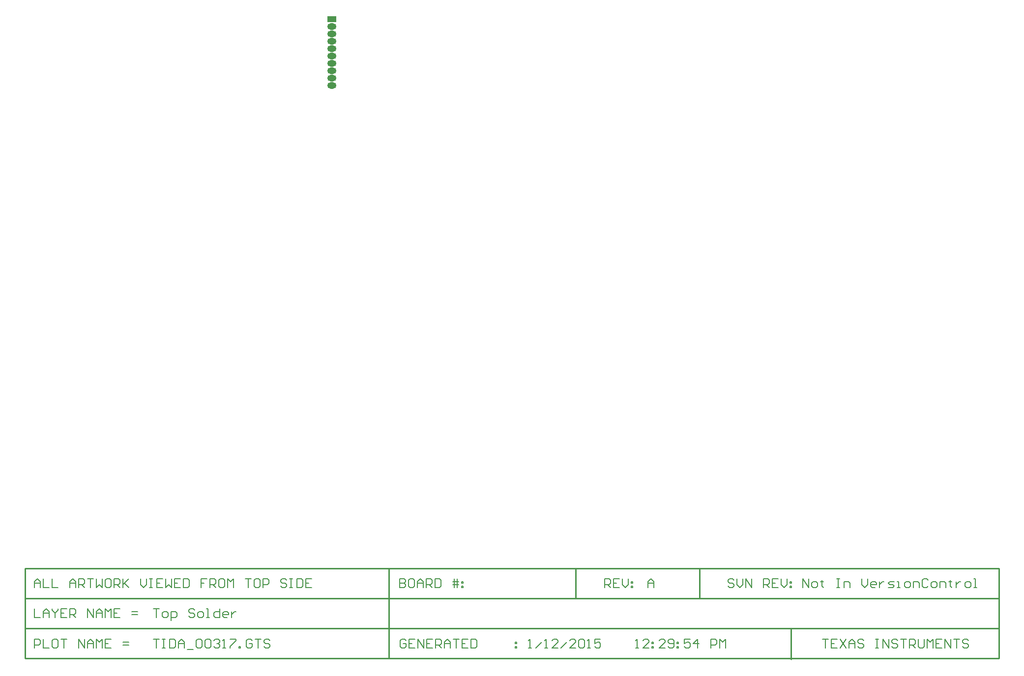
<source format=gts>
%FSAX25Y25*%
%MOIN*%
G70*
G01*
G75*
G04 Layer_Color=8388736*
%ADD10C,0.00800*%
%ADD11C,0.01000*%
%ADD12R,0.05500X0.03800*%
%ADD13O,0.05500X0.03800*%
%ADD14C,0.02000*%
%ADD15C,0.01200*%
%ADD16R,0.39370X0.23622*%
%ADD17R,3.14961X0.23622*%
%ADD18C,0.02000*%
%ADD19R,4.01575X0.31496*%
%ADD20R,4.01575X0.31496*%
%ADD21C,0.00701*%
%ADD22C,0.00700*%
%ADD23R,0.06100X0.04400*%
%ADD24O,0.06100X0.04400*%
G54D10*
X0126900Y0073549D02*
X0130899D01*
X0128899D01*
Y0067551D01*
X0133898D02*
X0135897D01*
X0136897Y0068550D01*
Y0070550D01*
X0135897Y0071549D01*
X0133898D01*
X0132898Y0070550D01*
Y0068550D01*
X0133898Y0067551D01*
X0138896Y0065551D02*
Y0071549D01*
X0141895D01*
X0142895Y0070550D01*
Y0068550D01*
X0141895Y0067551D01*
X0138896D01*
X0154891Y0072549D02*
X0153891Y0073549D01*
X0151892D01*
X0150892Y0072549D01*
Y0071549D01*
X0151892Y0070550D01*
X0153891D01*
X0154891Y0069550D01*
Y0068550D01*
X0153891Y0067551D01*
X0151892D01*
X0150892Y0068550D01*
X0157890Y0067551D02*
X0159889D01*
X0160889Y0068550D01*
Y0070550D01*
X0159889Y0071549D01*
X0157890D01*
X0156890Y0070550D01*
Y0068550D01*
X0157890Y0067551D01*
X0162888D02*
X0164888D01*
X0163888D01*
Y0073549D01*
X0162888D01*
X0171885D02*
Y0067551D01*
X0168886D01*
X0167887Y0068550D01*
Y0070550D01*
X0168886Y0071549D01*
X0171885D01*
X0176884Y0067551D02*
X0174884D01*
X0173885Y0068550D01*
Y0070550D01*
X0174884Y0071549D01*
X0176884D01*
X0177884Y0070550D01*
Y0069550D01*
X0173885D01*
X0179883Y0071549D02*
Y0067551D01*
Y0069550D01*
X0180883Y0070550D01*
X0181882Y0071549D01*
X0182882D01*
X0126900Y0073549D02*
X0130899D01*
X0128899D01*
Y0067551D01*
X0133898D02*
X0135897D01*
X0136897Y0068550D01*
Y0070550D01*
X0135897Y0071549D01*
X0133898D01*
X0132898Y0070550D01*
Y0068550D01*
X0133898Y0067551D01*
X0138896Y0065551D02*
Y0071549D01*
X0141895D01*
X0142895Y0070550D01*
Y0068550D01*
X0141895Y0067551D01*
X0138896D01*
X0154891Y0072549D02*
X0153891Y0073549D01*
X0151892D01*
X0150892Y0072549D01*
Y0071549D01*
X0151892Y0070550D01*
X0153891D01*
X0154891Y0069550D01*
Y0068550D01*
X0153891Y0067551D01*
X0151892D01*
X0150892Y0068550D01*
X0157890Y0067551D02*
X0159889D01*
X0160889Y0068550D01*
Y0070550D01*
X0159889Y0071549D01*
X0157890D01*
X0156890Y0070550D01*
Y0068550D01*
X0157890Y0067551D01*
X0162888D02*
X0164888D01*
X0163888D01*
Y0073549D01*
X0162888D01*
X0171885D02*
Y0067551D01*
X0168886D01*
X0167887Y0068550D01*
Y0070550D01*
X0168886Y0071549D01*
X0171885D01*
X0176884Y0067551D02*
X0174884D01*
X0173885Y0068550D01*
Y0070550D01*
X0174884Y0071549D01*
X0176884D01*
X0177884Y0070550D01*
Y0069550D01*
X0173885D01*
X0179883Y0071549D02*
Y0067551D01*
Y0069550D01*
X0180883Y0070550D01*
X0181882Y0071549D01*
X0182882D01*
X0567400Y0087833D02*
Y0093831D01*
X0571399Y0087833D01*
Y0093831D01*
X0574398Y0087833D02*
X0576397D01*
X0577397Y0088833D01*
Y0090832D01*
X0576397Y0091832D01*
X0574398D01*
X0573398Y0090832D01*
Y0088833D01*
X0574398Y0087833D01*
X0580396Y0092832D02*
Y0091832D01*
X0579396D01*
X0581395D01*
X0580396D01*
Y0088833D01*
X0581395Y0087833D01*
X0590393Y0093831D02*
X0592392D01*
X0591392D01*
Y0087833D01*
X0590393D01*
X0592392D01*
X0595391D02*
Y0091832D01*
X0598390D01*
X0599390Y0090832D01*
Y0087833D01*
X0607387Y0093831D02*
Y0089833D01*
X0609386Y0087833D01*
X0611386Y0089833D01*
Y0093831D01*
X0616384Y0087833D02*
X0614385D01*
X0613385Y0088833D01*
Y0090832D01*
X0614385Y0091832D01*
X0616384D01*
X0617384Y0090832D01*
Y0089833D01*
X0613385D01*
X0619383Y0091832D02*
Y0087833D01*
Y0089833D01*
X0620383Y0090832D01*
X0621383Y0091832D01*
X0622382D01*
X0625381Y0087833D02*
X0628380D01*
X0629380Y0088833D01*
X0628380Y0089833D01*
X0626381D01*
X0625381Y0090832D01*
X0626381Y0091832D01*
X0629380D01*
X0631379Y0087833D02*
X0633379D01*
X0632379D01*
Y0091832D01*
X0631379D01*
X0637377Y0087833D02*
X0639377D01*
X0640376Y0088833D01*
Y0090832D01*
X0639377Y0091832D01*
X0637377D01*
X0636378Y0090832D01*
Y0088833D01*
X0637377Y0087833D01*
X0642376D02*
Y0091832D01*
X0645375D01*
X0646374Y0090832D01*
Y0087833D01*
X0652373Y0092832D02*
X0651373Y0093831D01*
X0649373D01*
X0648374Y0092832D01*
Y0088833D01*
X0649373Y0087833D01*
X0651373D01*
X0652373Y0088833D01*
X0655372Y0087833D02*
X0657371D01*
X0658371Y0088833D01*
Y0090832D01*
X0657371Y0091832D01*
X0655372D01*
X0654372Y0090832D01*
Y0088833D01*
X0655372Y0087833D01*
X0660370D02*
Y0091832D01*
X0663369D01*
X0664369Y0090832D01*
Y0087833D01*
X0667368Y0092832D02*
Y0091832D01*
X0666368D01*
X0668367D01*
X0667368D01*
Y0088833D01*
X0668367Y0087833D01*
X0671366Y0091832D02*
Y0087833D01*
Y0089833D01*
X0672366Y0090832D01*
X0673366Y0091832D01*
X0674365D01*
X0678364Y0087833D02*
X0680364D01*
X0681363Y0088833D01*
Y0090832D01*
X0680364Y0091832D01*
X0678364D01*
X0677364Y0090832D01*
Y0088833D01*
X0678364Y0087833D01*
X0683362D02*
X0685362D01*
X0684362D01*
Y0093831D01*
X0683362D01*
X0520799Y0092832D02*
X0519799Y0093831D01*
X0517800D01*
X0516800Y0092832D01*
Y0091832D01*
X0517800Y0090832D01*
X0519799D01*
X0520799Y0089833D01*
Y0088833D01*
X0519799Y0087833D01*
X0517800D01*
X0516800Y0088833D01*
X0522798Y0093831D02*
Y0089833D01*
X0524797Y0087833D01*
X0526797Y0089833D01*
Y0093831D01*
X0528796Y0087833D02*
Y0093831D01*
X0532795Y0087833D01*
Y0093831D01*
X0540792Y0087833D02*
Y0093831D01*
X0543791D01*
X0544791Y0092832D01*
Y0090832D01*
X0543791Y0089833D01*
X0540792D01*
X0542792D02*
X0544791Y0087833D01*
X0550789Y0093831D02*
X0546790D01*
Y0087833D01*
X0550789D01*
X0546790Y0090832D02*
X0548790D01*
X0552788Y0093831D02*
Y0089833D01*
X0554788Y0087833D01*
X0556787Y0089833D01*
Y0093831D01*
X0558786Y0091832D02*
X0559786D01*
Y0090832D01*
X0558786D01*
Y0091832D01*
Y0088833D02*
X0559786D01*
Y0087833D01*
X0558786D01*
Y0088833D01*
X0433000Y0087833D02*
Y0093831D01*
X0435999D01*
X0436999Y0092832D01*
Y0090832D01*
X0435999Y0089833D01*
X0433000D01*
X0434999D02*
X0436999Y0087833D01*
X0442997Y0093831D02*
X0438998D01*
Y0087833D01*
X0442997D01*
X0438998Y0090832D02*
X0440997D01*
X0444996Y0093831D02*
Y0089833D01*
X0446995Y0087833D01*
X0448995Y0089833D01*
Y0093831D01*
X0450994Y0091832D02*
X0451994D01*
Y0090832D01*
X0450994D01*
Y0091832D01*
Y0088833D02*
X0451994D01*
Y0087833D01*
X0450994D01*
Y0088833D01*
X0126900Y0052965D02*
X0130899D01*
X0128899D01*
Y0046966D01*
X0132898Y0052965D02*
X0134897D01*
X0133898D01*
Y0046966D01*
X0132898D01*
X0134897D01*
X0137896Y0052965D02*
Y0046966D01*
X0140895D01*
X0141895Y0047966D01*
Y0051965D01*
X0140895Y0052965D01*
X0137896D01*
X0143895Y0046966D02*
Y0050965D01*
X0145894Y0052965D01*
X0147893Y0050965D01*
Y0046966D01*
Y0049966D01*
X0143895D01*
X0149893Y0045967D02*
X0153891D01*
X0155891Y0051965D02*
X0156890Y0052965D01*
X0158890D01*
X0159889Y0051965D01*
Y0047966D01*
X0158890Y0046966D01*
X0156890D01*
X0155891Y0047966D01*
Y0051965D01*
X0161889D02*
X0162888Y0052965D01*
X0164888D01*
X0165887Y0051965D01*
Y0047966D01*
X0164888Y0046966D01*
X0162888D01*
X0161889Y0047966D01*
Y0051965D01*
X0167887D02*
X0168886Y0052965D01*
X0170886D01*
X0171885Y0051965D01*
Y0050965D01*
X0170886Y0049966D01*
X0169886D01*
X0170886D01*
X0171885Y0048966D01*
Y0047966D01*
X0170886Y0046966D01*
X0168886D01*
X0167887Y0047966D01*
X0173885Y0046966D02*
X0175884D01*
X0174884D01*
Y0052965D01*
X0173885Y0051965D01*
X0178883Y0052965D02*
X0182882D01*
Y0051965D01*
X0178883Y0047966D01*
Y0046966D01*
X0184881D02*
Y0047966D01*
X0185881D01*
Y0046966D01*
X0184881D01*
X0193878Y0051965D02*
X0192879Y0052965D01*
X0190879D01*
X0189880Y0051965D01*
Y0047966D01*
X0190879Y0046966D01*
X0192879D01*
X0193878Y0047966D01*
Y0049966D01*
X0191879D01*
X0195878Y0052965D02*
X0199876D01*
X0197877D01*
Y0046966D01*
X0205874Y0051965D02*
X0204875Y0052965D01*
X0202875D01*
X0201876Y0051965D01*
Y0050965D01*
X0202875Y0049966D01*
X0204875D01*
X0205874Y0048966D01*
Y0047966D01*
X0204875Y0046966D01*
X0202875D01*
X0201876Y0047966D01*
X0381150Y0046966D02*
X0383149D01*
X0382150D01*
Y0052965D01*
X0381150Y0051965D01*
X0386148Y0046966D02*
X0390147Y0050965D01*
X0392146Y0046966D02*
X0394146D01*
X0393146D01*
Y0052965D01*
X0392146Y0051965D01*
X0401144Y0046966D02*
X0397145D01*
X0401144Y0050965D01*
Y0051965D01*
X0400144Y0052965D01*
X0398145D01*
X0397145Y0051965D01*
X0403143Y0046966D02*
X0407142Y0050965D01*
X0413140Y0046966D02*
X0409141D01*
X0413140Y0050965D01*
Y0051965D01*
X0412140Y0052965D01*
X0410141D01*
X0409141Y0051965D01*
X0415139D02*
X0416139Y0052965D01*
X0418138D01*
X0419138Y0051965D01*
Y0047966D01*
X0418138Y0046966D01*
X0416139D01*
X0415139Y0047966D01*
Y0051965D01*
X0421137Y0046966D02*
X0423136D01*
X0422137D01*
Y0052965D01*
X0421137Y0051965D01*
X0430134Y0052965D02*
X0426135D01*
Y0049966D01*
X0428135Y0050965D01*
X0429135D01*
X0430134Y0049966D01*
Y0047966D01*
X0429135Y0046966D01*
X0427135D01*
X0426135Y0047966D01*
X0298199Y0051965D02*
X0297199Y0052965D01*
X0295200D01*
X0294200Y0051965D01*
Y0047966D01*
X0295200Y0046966D01*
X0297199D01*
X0298199Y0047966D01*
Y0049966D01*
X0296199D01*
X0304197Y0052965D02*
X0300198D01*
Y0046966D01*
X0304197D01*
X0300198Y0049966D02*
X0302197D01*
X0306196Y0046966D02*
Y0052965D01*
X0310195Y0046966D01*
Y0052965D01*
X0316193D02*
X0312194D01*
Y0046966D01*
X0316193D01*
X0312194Y0049966D02*
X0314194D01*
X0318192Y0046966D02*
Y0052965D01*
X0321191D01*
X0322191Y0051965D01*
Y0049966D01*
X0321191Y0048966D01*
X0318192D01*
X0320192D02*
X0322191Y0046966D01*
X0324190D02*
Y0050965D01*
X0326190Y0052965D01*
X0328189Y0050965D01*
Y0046966D01*
Y0049966D01*
X0324190D01*
X0330188Y0052965D02*
X0334187D01*
X0332188D01*
Y0046966D01*
X0340185Y0052965D02*
X0336186D01*
Y0046966D01*
X0340185D01*
X0336186Y0049966D02*
X0338186D01*
X0342184Y0052965D02*
Y0046966D01*
X0345183D01*
X0346183Y0047966D01*
Y0051965D01*
X0345183Y0052965D01*
X0342184D01*
X0372175Y0050965D02*
X0373175D01*
Y0049966D01*
X0372175D01*
Y0050965D01*
Y0047966D02*
X0373175D01*
Y0046966D01*
X0372175D01*
Y0047966D01*
X0046350Y0087833D02*
Y0091832D01*
X0048349Y0093831D01*
X0050349Y0091832D01*
Y0087833D01*
Y0090832D01*
X0046350D01*
X0052348Y0093831D02*
Y0087833D01*
X0056347D01*
X0058346Y0093831D02*
Y0087833D01*
X0062345D01*
X0070342D02*
Y0091832D01*
X0072342Y0093831D01*
X0074341Y0091832D01*
Y0087833D01*
Y0090832D01*
X0070342D01*
X0076340Y0087833D02*
Y0093831D01*
X0079339D01*
X0080339Y0092832D01*
Y0090832D01*
X0079339Y0089833D01*
X0076340D01*
X0078340D02*
X0080339Y0087833D01*
X0082338Y0093831D02*
X0086337D01*
X0084338D01*
Y0087833D01*
X0088336Y0093831D02*
Y0087833D01*
X0090336Y0089833D01*
X0092335Y0087833D01*
Y0093831D01*
X0097334D02*
X0095334D01*
X0094335Y0092832D01*
Y0088833D01*
X0095334Y0087833D01*
X0097334D01*
X0098333Y0088833D01*
Y0092832D01*
X0097334Y0093831D01*
X0100332Y0087833D02*
Y0093831D01*
X0103332D01*
X0104331Y0092832D01*
Y0090832D01*
X0103332Y0089833D01*
X0100332D01*
X0102332D02*
X0104331Y0087833D01*
X0106331Y0093831D02*
Y0087833D01*
Y0089833D01*
X0110329Y0093831D01*
X0107330Y0090832D01*
X0110329Y0087833D01*
X0118327Y0093831D02*
Y0089833D01*
X0120326Y0087833D01*
X0122325Y0089833D01*
Y0093831D01*
X0124325D02*
X0126324D01*
X0125324D01*
Y0087833D01*
X0124325D01*
X0126324D01*
X0133322Y0093831D02*
X0129323D01*
Y0087833D01*
X0133322D01*
X0129323Y0090832D02*
X0131323D01*
X0135321Y0093831D02*
Y0087833D01*
X0137321Y0089833D01*
X0139320Y0087833D01*
Y0093831D01*
X0145318D02*
X0141319D01*
Y0087833D01*
X0145318D01*
X0141319Y0090832D02*
X0143319D01*
X0147317Y0093831D02*
Y0087833D01*
X0150316D01*
X0151316Y0088833D01*
Y0092832D01*
X0150316Y0093831D01*
X0147317D01*
X0163312D02*
X0159313D01*
Y0090832D01*
X0161313D01*
X0159313D01*
Y0087833D01*
X0165312D02*
Y0093831D01*
X0168310D01*
X0169310Y0092832D01*
Y0090832D01*
X0168310Y0089833D01*
X0165312D01*
X0167311D02*
X0169310Y0087833D01*
X0174309Y0093831D02*
X0172309D01*
X0171310Y0092832D01*
Y0088833D01*
X0172309Y0087833D01*
X0174309D01*
X0175308Y0088833D01*
Y0092832D01*
X0174309Y0093831D01*
X0177308Y0087833D02*
Y0093831D01*
X0179307Y0091832D01*
X0181306Y0093831D01*
Y0087833D01*
X0189304Y0093831D02*
X0193303D01*
X0191303D01*
Y0087833D01*
X0198301Y0093831D02*
X0196301D01*
X0195302Y0092832D01*
Y0088833D01*
X0196301Y0087833D01*
X0198301D01*
X0199301Y0088833D01*
Y0092832D01*
X0198301Y0093831D01*
X0201300Y0087833D02*
Y0093831D01*
X0204299D01*
X0205299Y0092832D01*
Y0090832D01*
X0204299Y0089833D01*
X0201300D01*
X0217295Y0092832D02*
X0216295Y0093831D01*
X0214296D01*
X0213296Y0092832D01*
Y0091832D01*
X0214296Y0090832D01*
X0216295D01*
X0217295Y0089833D01*
Y0088833D01*
X0216295Y0087833D01*
X0214296D01*
X0213296Y0088833D01*
X0219294Y0093831D02*
X0221293D01*
X0220294D01*
Y0087833D01*
X0219294D01*
X0221293D01*
X0224292Y0093831D02*
Y0087833D01*
X0227291D01*
X0228291Y0088833D01*
Y0092832D01*
X0227291Y0093831D01*
X0224292D01*
X0234289D02*
X0230291D01*
Y0087833D01*
X0234289D01*
X0230291Y0090832D02*
X0232290D01*
X0462150Y0087833D02*
Y0091832D01*
X0464149Y0093831D01*
X0466149Y0091832D01*
Y0087833D01*
Y0090832D01*
X0462150D01*
X0294000Y0093831D02*
Y0087833D01*
X0296999D01*
X0297999Y0088833D01*
Y0089833D01*
X0296999Y0090832D01*
X0294000D01*
X0296999D01*
X0297999Y0091832D01*
Y0092832D01*
X0296999Y0093831D01*
X0294000D01*
X0302997D02*
X0300998D01*
X0299998Y0092832D01*
Y0088833D01*
X0300998Y0087833D01*
X0302997D01*
X0303997Y0088833D01*
Y0092832D01*
X0302997Y0093831D01*
X0305996Y0087833D02*
Y0091832D01*
X0307996Y0093831D01*
X0309995Y0091832D01*
Y0087833D01*
Y0090832D01*
X0305996D01*
X0311994Y0087833D02*
Y0093831D01*
X0314993D01*
X0315993Y0092832D01*
Y0090832D01*
X0314993Y0089833D01*
X0311994D01*
X0313994D02*
X0315993Y0087833D01*
X0317992Y0093831D02*
Y0087833D01*
X0320991D01*
X0321991Y0088833D01*
Y0092832D01*
X0320991Y0093831D01*
X0317992D01*
X0330988Y0087833D02*
Y0093831D01*
X0332987D02*
Y0087833D01*
X0329988Y0091832D02*
X0332987D01*
X0333987D01*
X0329988Y0089833D02*
X0333987D01*
X0335986Y0091832D02*
X0336986D01*
Y0090832D01*
X0335986D01*
Y0091832D01*
Y0088833D02*
X0336986D01*
Y0087833D01*
X0335986D01*
Y0088833D01*
X0046350Y0073549D02*
Y0067551D01*
X0050349D01*
X0052348D02*
Y0071549D01*
X0054347Y0073549D01*
X0056347Y0071549D01*
Y0067551D01*
Y0070550D01*
X0052348D01*
X0058346Y0073549D02*
Y0072549D01*
X0060346Y0070550D01*
X0062345Y0072549D01*
Y0073549D01*
X0060346Y0070550D02*
Y0067551D01*
X0068343Y0073549D02*
X0064344D01*
Y0067551D01*
X0068343D01*
X0064344Y0070550D02*
X0066343D01*
X0070342Y0067551D02*
Y0073549D01*
X0073341D01*
X0074341Y0072549D01*
Y0070550D01*
X0073341Y0069550D01*
X0070342D01*
X0072342D02*
X0074341Y0067551D01*
X0082338D02*
Y0073549D01*
X0086337Y0067551D01*
Y0073549D01*
X0088336Y0067551D02*
Y0071549D01*
X0090336Y0073549D01*
X0092335Y0071549D01*
Y0067551D01*
Y0070550D01*
X0088336D01*
X0094335Y0067551D02*
Y0073549D01*
X0096334Y0071549D01*
X0098333Y0073549D01*
Y0067551D01*
X0104331Y0073549D02*
X0100332D01*
Y0067551D01*
X0104331D01*
X0100332Y0070550D02*
X0102332D01*
X0112329Y0069550D02*
X0116327D01*
X0112329Y0071549D02*
X0116327D01*
X0046350Y0046966D02*
Y0052965D01*
X0049349D01*
X0050349Y0051965D01*
Y0049966D01*
X0049349Y0048966D01*
X0046350D01*
X0052348Y0052965D02*
Y0046966D01*
X0056347D01*
X0061345Y0052965D02*
X0059346D01*
X0058346Y0051965D01*
Y0047966D01*
X0059346Y0046966D01*
X0061345D01*
X0062345Y0047966D01*
Y0051965D01*
X0061345Y0052965D01*
X0064344D02*
X0068343D01*
X0066343D01*
Y0046966D01*
X0076340D02*
Y0052965D01*
X0080339Y0046966D01*
Y0052965D01*
X0082338Y0046966D02*
Y0050965D01*
X0084338Y0052965D01*
X0086337Y0050965D01*
Y0046966D01*
Y0049966D01*
X0082338D01*
X0088336Y0046966D02*
Y0052965D01*
X0090336Y0050965D01*
X0092335Y0052965D01*
Y0046966D01*
X0098333Y0052965D02*
X0094335D01*
Y0046966D01*
X0098333D01*
X0094335Y0049966D02*
X0096334D01*
X0106331Y0048966D02*
X0110329D01*
X0106331Y0050965D02*
X0110329D01*
X0454050Y0046966D02*
X0456049D01*
X0455050D01*
Y0052965D01*
X0454050Y0051965D01*
X0463047Y0046966D02*
X0459048D01*
X0463047Y0050965D01*
Y0051965D01*
X0462047Y0052965D01*
X0460048D01*
X0459048Y0051965D01*
X0465046Y0050965D02*
X0466046D01*
Y0049966D01*
X0465046D01*
Y0050965D01*
Y0047966D02*
X0466046D01*
Y0046966D01*
X0465046D01*
Y0047966D01*
X0474044Y0046966D02*
X0470045D01*
X0474044Y0050965D01*
Y0051965D01*
X0473044Y0052965D01*
X0471044D01*
X0470045Y0051965D01*
X0476043Y0047966D02*
X0477043Y0046966D01*
X0479042D01*
X0480042Y0047966D01*
Y0051965D01*
X0479042Y0052965D01*
X0477043D01*
X0476043Y0051965D01*
Y0050965D01*
X0477043Y0049966D01*
X0480042D01*
X0482041Y0050965D02*
X0483041D01*
Y0049966D01*
X0482041D01*
Y0050965D01*
Y0047966D02*
X0483041D01*
Y0046966D01*
X0482041D01*
Y0047966D01*
X0491038Y0052965D02*
X0487039D01*
Y0049966D01*
X0489039Y0050965D01*
X0490038D01*
X0491038Y0049966D01*
Y0047966D01*
X0490038Y0046966D01*
X0488039D01*
X0487039Y0047966D01*
X0496036Y0046966D02*
Y0052965D01*
X0493037Y0049966D01*
X0497036D01*
X0505033Y0046966D02*
Y0052965D01*
X0508033D01*
X0509032Y0051965D01*
Y0049966D01*
X0508033Y0048966D01*
X0505033D01*
X0511032Y0046966D02*
Y0052965D01*
X0513031Y0050965D01*
X0515030Y0052965D01*
Y0046966D01*
X0580500Y0052965D02*
X0584499D01*
X0582499D01*
Y0046966D01*
X0590497Y0052965D02*
X0586498D01*
Y0046966D01*
X0590497D01*
X0586498Y0049966D02*
X0588497D01*
X0592496Y0052965D02*
X0596495Y0046966D01*
Y0052965D02*
X0592496Y0046966D01*
X0598494D02*
Y0050965D01*
X0600493Y0052965D01*
X0602493Y0050965D01*
Y0046966D01*
Y0049966D01*
X0598494D01*
X0608491Y0051965D02*
X0607491Y0052965D01*
X0605492D01*
X0604492Y0051965D01*
Y0050965D01*
X0605492Y0049966D01*
X0607491D01*
X0608491Y0048966D01*
Y0047966D01*
X0607491Y0046966D01*
X0605492D01*
X0604492Y0047966D01*
X0616488Y0052965D02*
X0618488D01*
X0617488D01*
Y0046966D01*
X0616488D01*
X0618488D01*
X0621487D02*
Y0052965D01*
X0625486Y0046966D01*
Y0052965D01*
X0631484Y0051965D02*
X0630484Y0052965D01*
X0628484D01*
X0627485Y0051965D01*
Y0050965D01*
X0628484Y0049966D01*
X0630484D01*
X0631484Y0048966D01*
Y0047966D01*
X0630484Y0046966D01*
X0628484D01*
X0627485Y0047966D01*
X0633483Y0052965D02*
X0637482D01*
X0635482D01*
Y0046966D01*
X0639481D02*
Y0052965D01*
X0642480D01*
X0643480Y0051965D01*
Y0049966D01*
X0642480Y0048966D01*
X0639481D01*
X0641480D02*
X0643480Y0046966D01*
X0645479Y0052965D02*
Y0047966D01*
X0646479Y0046966D01*
X0648478D01*
X0649478Y0047966D01*
Y0052965D01*
X0651477Y0046966D02*
Y0052965D01*
X0653476Y0050965D01*
X0655476Y0052965D01*
Y0046966D01*
X0661474Y0052965D02*
X0657475D01*
Y0046966D01*
X0661474D01*
X0657475Y0049966D02*
X0659474D01*
X0663473Y0046966D02*
Y0052965D01*
X0667472Y0046966D01*
Y0052965D01*
X0669471D02*
X0673470D01*
X0671471D01*
Y0046966D01*
X0679468Y0051965D02*
X0678468Y0052965D01*
X0676469D01*
X0675469Y0051965D01*
Y0050965D01*
X0676469Y0049966D01*
X0678468D01*
X0679468Y0048966D01*
Y0047966D01*
X0678468Y0046966D01*
X0676469D01*
X0675469Y0047966D01*
G54D11*
X0497200Y0080717D02*
Y0101050D01*
X0413200Y0080717D02*
Y0101050D01*
X0040000Y0080717D02*
X0700200D01*
X0040000Y0060383D02*
X0700000D01*
X0040000Y0040050D02*
X0440500D01*
X0040050Y0101050D02*
X0700200D01*
X0040050Y0040050D02*
Y0101050D01*
Y0040050D02*
X0197600D01*
X0040000D02*
Y0101050D01*
X0286500Y0040050D02*
Y0101050D01*
X0700200Y0040050D02*
Y0101050D01*
X0440500Y0040050D02*
X0700200D01*
X0559400Y0039400D02*
Y0059683D01*
G54D23*
X0247838Y0473677D02*
D03*
G54D24*
Y0468677D02*
D03*
Y0463677D02*
D03*
Y0458677D02*
D03*
Y0453677D02*
D03*
Y0448677D02*
D03*
Y0443677D02*
D03*
Y0438677D02*
D03*
Y0433677D02*
D03*
Y0428677D02*
D03*
M02*

</source>
